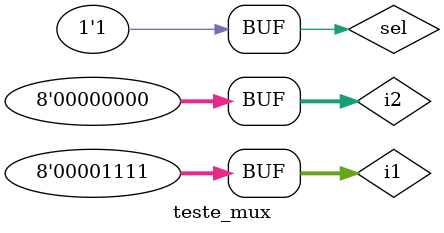
<source format=v>

module teste_mux;
	reg [7:0] i1, i2;
	reg sel;
	wire [7:0] out;
	
	initial begin
	i1 = 8'b00001111;
	i2 = 8'b00000000;
	#1 sel = 0;
	#1 sel = 1;
	
	end
	initial begin
	$monitor("Time=%0t sel=%0b i1=%0b i2=%0b out=%0b",
	$time, sel, i1, i2, out);
	end
	
	MUX_8bits teste(i1, i2, sel, out);
	
	endmodule
	
</source>
